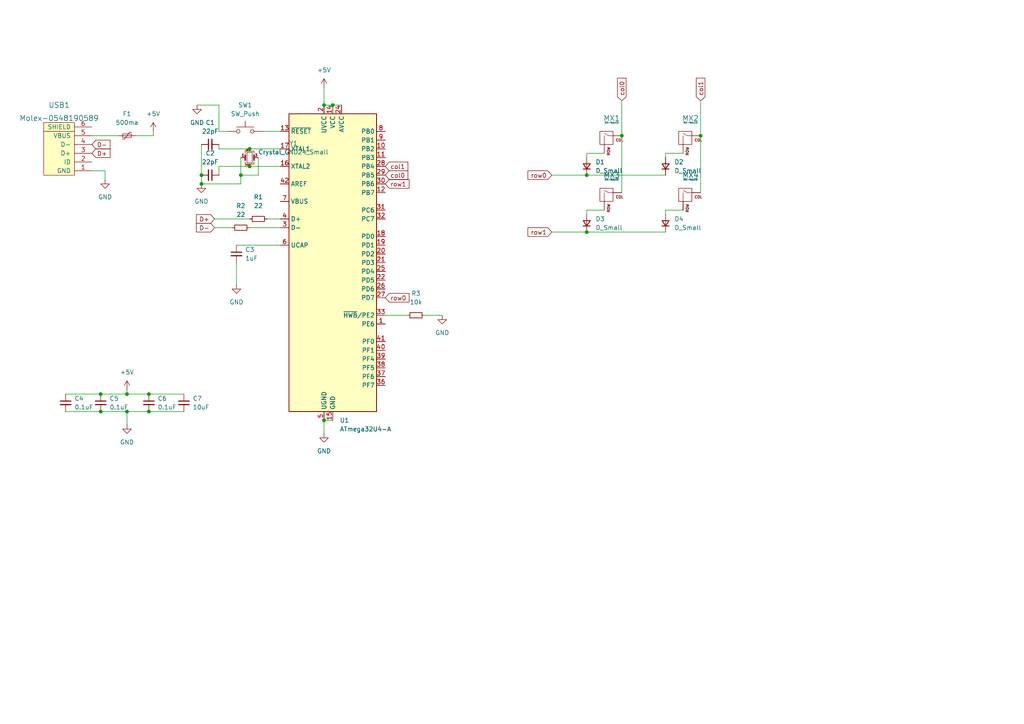
<source format=kicad_sch>
(kicad_sch (version 20211123) (generator eeschema)
  (paper "A4")
  (lib_symbols
    (symbol "Device:C_Small" (pin_numbers hide) (pin_names (offset 0.254) hide)
      (property "Reference" "C" (at 0.254 1.778 0))
      (property "Value" "C_Small" (at 0.254 -2.032 0))
      (symbol "C_Small_0_1"
        (polyline (pts (xy -1.524 -0.508) (xy 1.524 -0.508)) (stroke (width 0.3302)))
        (polyline (pts (xy -1.524 0.508) (xy 1.524 0.508)) (stroke (width 0.3048)))
      )
      (symbol "C_Small_1_1"
        (pin passive line (at 0 2.54 270) (length 2.032) (name "~") (number "1"))
        (pin passive line (at 0 -2.54 90) (length 2.032) (name "~") (number "2"))
      )
    )
    (symbol "Device:Crystal_GND24_Small" (pin_names (offset 1.016) hide)
      (property "Reference" "Y" (at 1.27 4.445 0))
      (property "Value" "Crystal_GND24_Small" (at 1.27 2.54 0))
      (symbol "Crystal_GND24_Small_0_1"
        (rectangle (start -0.762 -1.524) (end 0.762 1.524))
        (polyline (pts (xy -1.27 -0.762) (xy -1.27 0.762)) (stroke (width 0.381)))
        (polyline (pts (xy 1.27 -0.762) (xy 1.27 0.762)) (stroke (width 0.381)))
        (polyline (pts (xy -1.27 -1.27) (xy -1.27 -1.905) (xy 1.27 -1.905) (xy 1.27 -1.27)))
        (polyline (pts (xy -1.27 1.27) (xy -1.27 1.905) (xy 1.27 1.905) (xy 1.27 1.27)))
      )
      (symbol "Crystal_GND24_Small_1_1"
        (pin passive line (at -2.54 0 0) (length 1.27) (name "1") (number "1"))
        (pin passive line (at 0 -2.54 90) (length 0.635) (name "2") (number "2"))
        (pin passive line (at 2.54 0 180) (length 1.27) (name "3") (number "3"))
        (pin passive line (at 0 2.54 270) (length 0.635) (name "4") (number "4"))
      )
    )
    (symbol "Device:D_Small" (pin_numbers hide) (pin_names (offset 0.254) hide)
      (property "Reference" "D" (at -1.27 2.032 0))
      (property "Value" "D_Small" (at -3.81 -2.032 0))
      (symbol "D_Small_0_1"
        (polyline (pts (xy -0.762 -1.016) (xy -0.762 1.016)) (stroke (width 0.254)))
        (polyline (pts (xy -0.762 0) (xy 0.762 0)))
        (polyline (pts (xy 0.762 -1.016) (xy -0.762 0) (xy 0.762 1.016) (xy 0.762 -1.016)) (stroke (width 0.254)))
      )
      (symbol "D_Small_1_1"
        (pin passive line (at -2.54 0 0) (length 1.778) (name "K") (number "1"))
        (pin passive line (at 2.54 0 180) (length 1.778) (name "A") (number "2"))
      )
    )
    (symbol "Device:Polyfuse_Small" (pin_numbers hide) (pin_names (offset 0))
      (property "Reference" "F" (at -1.905 0 90))
      (property "Value" "Polyfuse_Small" (at 1.905 0 90))
      (symbol "Polyfuse_Small_0_1"
        (rectangle (start -0.508 1.27) (end 0.508 -1.27))
        (polyline (pts (xy 0 2.54) (xy 0 -2.54)))
        (polyline (pts (xy -1.016 1.27) (xy -1.016 0.762) (xy 1.016 -0.762) (xy 1.016 -1.27)))
      )
      (symbol "Polyfuse_Small_1_1"
        (pin passive line (at 0 2.54 270) (length 0.635) (name "~") (number "1"))
        (pin passive line (at 0 -2.54 90) (length 0.635) (name "~") (number "2"))
      )
    )
    (symbol "Device:R_Small" (pin_numbers hide) (pin_names (offset 0.254) hide)
      (property "Reference" "R" (at 0.762 0.508 0))
      (property "Value" "R_Small" (at 0.762 -1.016 0))
      (symbol "R_Small_0_1"
        (rectangle (start -0.762 1.778) (end 0.762 -1.778) (stroke (width 0.2032)))
      )
      (symbol "R_Small_1_1"
        (pin passive line (at 0 2.54 270) (length 0.762) (name "~") (number "1"))
        (pin passive line (at 0 -2.54 90) (length 0.762) (name "~") (number "2"))
      )
    )
    (symbol "MCU_Microchip_ATmega:ATmega32U4-A"
      (property "Reference" "U" (at -12.7 44.45 0))
      (property "Value" "ATmega32U4-A" (at 2.54 -44.45 0))
      (symbol "ATmega32U4-A_0_1"
        (rectangle (start -12.7 -43.18) (end 12.7 43.18) (stroke (width 0.254)) (fill (type background)))
      )
      (symbol "ATmega32U4-A_1_1"
        (pin bidirectional line (at 15.24 -17.78 180) (length 2.54) (name "PE6") (number "1"))
        (pin bidirectional line (at 15.24 33.02 180) (length 2.54) (name "PB2") (number "10"))
        (pin bidirectional line (at 15.24 30.48 180) (length 2.54) (name "PB3") (number "11"))
        (pin bidirectional line (at 15.24 20.32 180) (length 2.54) (name "PB7") (number "12"))
        (pin input line (at -15.24 38.1 0) (length 2.54) (name "~{RESET}") (number "13"))
        (pin power_in line (at 0 45.72 270) (length 2.54) (name "VCC") (number "14"))
        (pin power_in line (at 0 -45.72 90) (length 2.54) (name "GND") (number "15"))
        (pin output line (at -15.24 27.94 0) (length 2.54) (name "XTAL2") (number "16"))
        (pin input line (at -15.24 33.02 0) (length 2.54) (name "XTAL1") (number "17"))
        (pin bidirectional line (at 15.24 7.62 180) (length 2.54) (name "PD0") (number "18"))
        (pin bidirectional line (at 15.24 5.08 180) (length 2.54) (name "PD1") (number "19"))
        (pin power_in line (at -2.54 45.72 270) (length 2.54) (name "UVCC") (number "2"))
        (pin bidirectional line (at 15.24 2.54 180) (length 2.54) (name "PD2") (number "20"))
        (pin bidirectional line (at 15.24 0 180) (length 2.54) (name "PD3") (number "21"))
        (pin bidirectional line (at 15.24 -5.08 180) (length 2.54) (name "PD5") (number "22"))
        (pin passive line (at 0 -45.72 90) (length 2.54) hide (name "GND") (number "23"))
        (pin power_in line (at 2.54 45.72 270) (length 2.54) (name "AVCC") (number "24"))
        (pin bidirectional line (at 15.24 -2.54 180) (length 2.54) (name "PD4") (number "25"))
        (pin bidirectional line (at 15.24 -7.62 180) (length 2.54) (name "PD6") (number "26"))
        (pin bidirectional line (at 15.24 -10.16 180) (length 2.54) (name "PD7") (number "27"))
        (pin bidirectional line (at 15.24 27.94 180) (length 2.54) (name "PB4") (number "28"))
        (pin bidirectional line (at 15.24 25.4 180) (length 2.54) (name "PB5") (number "29"))
        (pin bidirectional line (at -15.24 10.16 0) (length 2.54) (name "D-") (number "3"))
        (pin bidirectional line (at 15.24 22.86 180) (length 2.54) (name "PB6") (number "30"))
        (pin bidirectional line (at 15.24 15.24 180) (length 2.54) (name "PC6") (number "31"))
        (pin bidirectional line (at 15.24 12.7 180) (length 2.54) (name "PC7") (number "32"))
        (pin bidirectional line (at 15.24 -15.24 180) (length 2.54) (name "~{HWB}/PE2") (number "33"))
        (pin passive line (at 0 45.72 270) (length 2.54) hide (name "VCC") (number "34"))
        (pin passive line (at 0 -45.72 90) (length 2.54) hide (name "GND") (number "35"))
        (pin bidirectional line (at 15.24 -35.56 180) (length 2.54) (name "PF7") (number "36"))
        (pin bidirectional line (at 15.24 -33.02 180) (length 2.54) (name "PF6") (number "37"))
        (pin bidirectional line (at 15.24 -30.48 180) (length 2.54) (name "PF5") (number "38"))
        (pin bidirectional line (at 15.24 -27.94 180) (length 2.54) (name "PF4") (number "39"))
        (pin bidirectional line (at -15.24 12.7 0) (length 2.54) (name "D+") (number "4"))
        (pin bidirectional line (at 15.24 -25.4 180) (length 2.54) (name "PF1") (number "40"))
        (pin bidirectional line (at 15.24 -22.86 180) (length 2.54) (name "PF0") (number "41"))
        (pin passive line (at -15.24 22.86 0) (length 2.54) (name "AREF") (number "42"))
        (pin passive line (at 0 -45.72 90) (length 2.54) hide (name "GND") (number "43"))
        (pin passive line (at 2.54 45.72 270) (length 2.54) hide (name "AVCC") (number "44"))
        (pin passive line (at -2.54 -45.72 90) (length 2.54) (name "UGND") (number "5"))
        (pin passive line (at -15.24 5.08 0) (length 2.54) (name "UCAP") (number "6"))
        (pin input line (at -15.24 17.78 0) (length 2.54) (name "VBUS") (number "7"))
        (pin bidirectional line (at 15.24 38.1 180) (length 2.54) (name "PB0") (number "8"))
        (pin bidirectional line (at 15.24 35.56 180) (length 2.54) (name "PB1") (number "9"))
      )
    )
    (symbol "MX_Alps_Hybrid:MX-NoLED" (pin_names (offset 1.016))
      (property "Reference" "MX" (at -0.635 3.81 0))
      (property "Value" "MX-NoLED" (at -0.635 1.27 0))
      (symbol "MX-NoLED_0_0"
        (rectangle (start -2.54 2.54) (end 1.27 -1.27))
        (polyline (pts (xy -1.27 -1.27) (xy -1.27 1.27)) (stroke (width 0.127)))
        (polyline (pts (xy 1.27 1.27) (xy 0 1.27) (xy -1.27 1.905)) (stroke (width 0.127)))
        (text "COL" (at 3.175 0 0) (effects (font (size 0.762 0.762))))
        (text "ROW" (at 0 -1.905 900) (effects (font (size 0.762 0.762)) (justify right)))
      )
      (symbol "MX-NoLED_1_1"
        (pin passive line (at 3.81 1.27 180) (length 2.54) (name "COL") (number "1"))
        (pin passive line (at -1.27 -3.81 90) (length 2.54) (name "ROW") (number "2"))
      )
    )
    (symbol "Switch:SW_Push" (pin_numbers hide) (pin_names (offset 1.016) hide)
      (property "Reference" "SW" (at 1.27 2.54 0))
      (property "Value" "SW_Push" (at 0 -1.524 0))
      (symbol "SW_Push_0_1"
        (circle (center -2.032 0) (radius 0.508))
        (polyline (pts (xy 0 1.27) (xy 0 3.048)))
        (polyline (pts (xy 2.54 1.27) (xy -2.54 1.27)))
        (circle (center 2.032 0) (radius 0.508))
        (pin passive line (at -5.08 0 0) (length 2.54) (name "1") (number "1"))
        (pin passive line (at 5.08 0 180) (length 2.54) (name "2") (number "2"))
      )
    )
    (symbol "power:+5V" (power) (pin_names (offset 0))
      (property "Value" "+5V" (at 0 3.556 0))
      (symbol "+5V_0_1"
        (polyline (pts (xy -0.762 1.27) (xy 0 2.54)))
        (polyline (pts (xy 0 0) (xy 0 2.54)))
        (polyline (pts (xy 0 2.54) (xy 0.762 1.27)))
      )
      (symbol "+5V_1_1"
        (pin power_in line (at 0 0 90) (length 0) hide (name "+5V") (number "1"))
      )
    )
    (symbol "power:GND" (power) (pin_names (offset 0))
      (property "Value" "GND" (at 0 -3.81 0))
      (symbol "GND_0_1"
        (polyline (pts (xy 0 0) (xy 0 -1.27) (xy 1.27 -1.27) (xy 0 -2.54) (xy -1.27 -1.27) (xy 0 -1.27)))
      )
      (symbol "GND_1_1"
        (pin power_in line (at 0 0 270) (length 0) hide (name "GND") (number "1"))
      )
    )
    (symbol "random-keyboard-parts:Molex-0548190589" (pin_names (offset 1.016))
      (property "Reference" "USB" (at 0 7.62 0))
      (property "Value" "Molex-0548190589" (at 0 10.16 0))
      (symbol "Molex-0548190589_0_0"
        (polyline (pts (xy 6.35 -2.54) (xy 6.35 6.35)))
        (rectangle (start 8.89 -2.54) (end -6.35 6.35) (fill (type background)))
      )
      (symbol "Molex-0548190589_1_1"
        (pin input line (at -5.08 -7.62 90) (length 5.08) (name "GND") (number "1"))
        (pin input line (at -2.54 -7.62 90) (length 5.08) (name "ID") (number "2"))
        (pin input line (at 0 -7.62 90) (length 5.08) (name "D+") (number "3"))
        (pin input line (at 2.54 -7.62 90) (length 5.08) (name "D-") (number "4"))
        (pin input line (at 5.08 -7.62 90) (length 5.08) (name "VBUS") (number "5"))
        (pin input line (at 7.62 -7.62 90) (length 5.08) (name "SHIELD") (number "6"))
      )
    )
  )
  (junction (at 72.39 48.26))
  (junction (at 180.34 39.37))
  (junction (at 170.18 50.8))
  (junction (at 58.42 53.34))
  (junction (at 29.21 119.38))
  (junction (at 72.39 43.18))
  (junction (at 170.18 67.31))
  (junction (at 29.21 114.3))
  (junction (at 93.98 121.92))
  (junction (at 43.18 119.38))
  (junction (at 58.42 50.8))
  (junction (at 36.83 119.38))
  (junction (at 203.2 39.37))
  (junction (at 43.18 114.3))
  (junction (at 36.83 114.3))
  (junction (at 93.98 30.48))
  (junction (at 96.52 30.48))
  (junction (at 69.85 50.8))
  (wire (pts (xy 193.04 60.96) (xy 193.04 62.23)))
  (wire (pts (xy 93.98 30.48) (xy 96.52 30.48)))
  (wire (pts (xy 63.5 50.8) (xy 63.5 48.26)))
  (wire (pts (xy 36.83 114.3) (xy 43.18 114.3)))
  (wire (pts (xy 198.12 44.45) (xy 193.04 44.45)))
  (wire (pts (xy 76.2 38.1) (xy 81.28 38.1)))
  (wire (pts (xy 170.18 50.8) (xy 193.04 50.8)))
  (wire (pts (xy 96.52 30.48) (xy 99.06 30.48)))
  (wire (pts (xy 43.18 114.3) (xy 53.34 114.3)))
  (wire (pts (xy 68.58 76.2) (xy 68.58 82.55)))
  (wire (pts (xy 72.39 66.04) (xy 81.28 66.04)))
  (wire (pts (xy 160.02 67.31) (xy 170.18 67.31)))
  (wire (pts (xy 36.83 119.38) (xy 36.83 123.19)))
  (wire (pts (xy 63.5 38.1) (xy 66.04 38.1)))
  (wire (pts (xy 72.39 48.26) (xy 81.28 48.26)))
  (wire (pts (xy 69.85 50.8) (xy 69.85 45.72)))
  (wire (pts (xy 63.5 48.26) (xy 72.39 48.26)))
  (wire (pts (xy 170.18 67.31) (xy 193.04 67.31)))
  (wire (pts (xy 203.2 39.37) (xy 203.2 55.88)))
  (wire (pts (xy 62.23 66.04) (xy 67.31 66.04)))
  (wire (pts (xy 58.42 53.34) (xy 69.85 53.34)))
  (wire (pts (xy 180.34 39.37) (xy 180.34 55.88)))
  (wire (pts (xy 63.5 41.91) (xy 63.5 43.18)))
  (wire (pts (xy 39.37 39.37) (xy 44.45 39.37)))
  (wire (pts (xy 29.21 114.3) (xy 36.83 114.3)))
  (wire (pts (xy 180.34 29.21) (xy 180.34 39.37)))
  (wire (pts (xy 36.83 119.38) (xy 43.18 119.38)))
  (wire (pts (xy 63.5 43.18) (xy 72.39 43.18)))
  (wire (pts (xy 175.26 44.45) (xy 170.18 44.45)))
  (wire (pts (xy 43.18 119.38) (xy 53.34 119.38)))
  (wire (pts (xy 62.23 63.5) (xy 72.39 63.5)))
  (wire (pts (xy 57.15 30.48) (xy 63.5 30.48)))
  (wire (pts (xy 193.04 44.45) (xy 193.04 45.72)))
  (wire (pts (xy 29.21 119.38) (xy 36.83 119.38)))
  (wire (pts (xy 203.2 39.37) (xy 203.2 29.21)))
  (wire (pts (xy 30.48 49.53) (xy 30.48 52.07)))
  (wire (pts (xy 26.67 39.37) (xy 34.29 39.37)))
  (wire (pts (xy 74.93 50.8) (xy 74.93 45.72)))
  (wire (pts (xy 19.05 119.38) (xy 29.21 119.38)))
  (wire (pts (xy 58.42 41.91) (xy 58.42 50.8)))
  (wire (pts (xy 44.45 39.37) (xy 44.45 38.1)))
  (wire (pts (xy 77.47 63.5) (xy 81.28 63.5)))
  (wire (pts (xy 175.26 60.96) (xy 170.18 60.96)))
  (wire (pts (xy 36.83 113.03) (xy 36.83 114.3)))
  (wire (pts (xy 111.76 91.44) (xy 118.11 91.44)))
  (wire (pts (xy 160.02 50.8) (xy 170.18 50.8)))
  (wire (pts (xy 93.98 25.4) (xy 93.98 30.48)))
  (wire (pts (xy 68.58 71.12) (xy 81.28 71.12)))
  (wire (pts (xy 69.85 50.8) (xy 74.93 50.8)))
  (wire (pts (xy 58.42 50.8) (xy 58.42 53.34)))
  (wire (pts (xy 72.39 43.18) (xy 81.28 43.18)))
  (wire (pts (xy 170.18 60.96) (xy 170.18 62.23)))
  (wire (pts (xy 26.67 49.53) (xy 30.48 49.53)))
  (wire (pts (xy 170.18 44.45) (xy 170.18 45.72)))
  (wire (pts (xy 123.19 91.44) (xy 128.27 91.44)))
  (wire (pts (xy 93.98 121.92) (xy 93.98 125.73)))
  (wire (pts (xy 19.05 114.3) (xy 29.21 114.3)))
  (wire (pts (xy 93.98 121.92) (xy 96.52 121.92)))
  (wire (pts (xy 69.85 53.34) (xy 69.85 50.8)))
  (wire (pts (xy 63.5 30.48) (xy 63.5 38.1)))
  (wire (pts (xy 198.12 60.96) (xy 193.04 60.96)))
  (global_label "row0" (shape input) (at 160.02 50.8 180) (property "Referências entre as folhas" "${INTERSHEET_REFS}" (effects hide)))
  (global_label "col1" (shape input) (at 111.76 48.26 0) (property "Referências entre as folhas" "${INTERSHEET_REFS}" (effects hide)))
  (global_label "row0" (shape input) (at 111.76 86.36 0) (property "Referências entre as folhas" "${INTERSHEET_REFS}" (effects hide)))
  (global_label "row1" (shape input) (at 111.76 53.34 0) (property "Referências entre as folhas" "${INTERSHEET_REFS}" (effects hide)))
  (global_label "D-" (shape input) (at 26.67 41.91 0) (property "Referências entre as folhas" "${INTERSHEET_REFS}" (effects hide)))
  (global_label "row1" (shape input) (at 160.02 67.31 180) (property "Referências entre as folhas" "${INTERSHEET_REFS}" (effects hide)))
  (global_label "D-" (shape input) (at 62.23 66.04 180) (property "Referências entre as folhas" "${INTERSHEET_REFS}" (effects hide)))
  (global_label "col1" (shape input) (at 203.2 29.21 90) (property "Referências entre as folhas" "${INTERSHEET_REFS}" (effects hide)))
  (global_label "D+" (shape input) (at 62.23 63.5 180) (property "Referências entre as folhas" "${INTERSHEET_REFS}" (effects hide)))
  (global_label "D+" (shape input) (at 26.67 44.45 0) (property "Referências entre as folhas" "${INTERSHEET_REFS}" (effects hide)))
  (global_label "col0" (shape input) (at 111.76 50.8 0) (property "Referências entre as folhas" "${INTERSHEET_REFS}" (effects hide)))
  (global_label "col0" (shape input) (at 180.34 29.21 90) (property "Referências entre as folhas" "${INTERSHEET_REFS}" (effects hide)))
  (symbol (lib_id "MCU_Microchip_ATmega:ATmega32U4-A") (at 96.52 76.2 0) (unit 1)
    (property "Reference" "U1" (at 98.5394 121.92 0) (effects (justify left)))
    (property "Value" "ATmega32U4-A" (at 98.5394 124.46 0) (effects (justify left)))
    (property "Footprint" "Package_QFP:TQFP-44_10x10mm_P0.8mm" (effects hide))
    (property "Datasheet" "http://ww1.microchip.com/downloads/en/DeviceDoc/Atmel-7766-8-bit-AVR-ATmega16U4-32U4_Datasheet.pdf" (effects hide))
  )
  (symbol (lib_id "power:+5V") (at 36.83 113.03 0) (unit 1)
    (property "Reference" "#PWR0101" (effects hide))
    (property "Value" "+5V" (at 36.83 107.95 0))
  )
  (symbol (lib_id "Device:Polyfuse_Small") (at 36.83 39.37 90) (unit 1)
    (property "Reference" "F1" (at 36.83 33.02 90))
    (property "Value" "500ma" (at 36.83 35.56 90))
    (property "Footprint" "Fuse:Fuse_1206_3216Metric" (effects hide))
  )
  (symbol (lib_id "Device:C_Small") (at 60.96 50.8 270) (unit 1)
    (property "Reference" "C2" (at 60.9536 44.45 90))
    (property "Value" "22pF" (at 60.9536 46.99 90))
    (property "Footprint" "Capacitor_SMD:C_0805_2012Metric" (effects hide))
  )
  (symbol (lib_id "power:GND") (at 68.58 82.55 0) (unit 1)
    (property "Reference" "#PWR0106" (effects hide))
    (property "Value" "GND" (at 68.58 87.63 0))
  )
  (symbol (lib_id "Device:Crystal_GND24_Small") (at 72.39 45.72 0) (unit 1)
    (property "Reference" "Y1" (at 85.09 41.5798 0))
    (property "Value" "Crystal_GND24_Small" (at 85.09 44.1198 0))
    (property "Footprint" "Crystal:Crystal_SMD_3225-4Pin_3.2x2.5mm" (effects hide))
  )
  (symbol (lib_id "Device:C_Small") (at 68.58 73.66 0) (unit 1)
    (property "Reference" "C3" (at 71.12 72.3962 0) (effects (justify left)))
    (property "Value" "1uF" (at 71.12 74.9362 0) (effects (justify left)))
    (property "Footprint" "Capacitor_SMD:C_0805_2012Metric" (effects hide))
  )
  (symbol (lib_id "Device:C_Small") (at 43.18 116.84 0) (unit 1)
    (property "Reference" "C6" (at 45.72 115.5762 0) (effects (justify left)))
    (property "Value" "0.1uF" (at 45.72 118.1162 0) (effects (justify left)))
    (property "Footprint" "Capacitor_SMD:C_0805_2012Metric" (effects hide))
  )
  (symbol (lib_id "Device:D_Small") (at 193.04 64.77 90) (unit 1)
    (property "Reference" "D4" (at 195.58 63.4999 90) (effects (justify right)))
    (property "Value" "D_Small" (at 195.58 66.0399 90) (effects (justify right)))
    (property "Footprint" "Diode_SMD:D_SOD-123" (effects hide))
  )
  (symbol (lib_id "power:+5V") (at 44.45 38.1 0) (unit 1)
    (property "Reference" "#PWR0109" (effects hide))
    (property "Value" "+5V" (at 44.45 33.02 0))
  )
  (symbol (lib_id "power:GND") (at 128.27 91.44 0) (unit 1)
    (property "Reference" "#PWR0105" (effects hide))
    (property "Value" "GND" (at 128.27 96.52 0))
  )
  (symbol (lib_id "Switch:SW_Push") (at 71.12 38.1 0) (unit 1)
    (property "Reference" "SW1" (at 71.12 30.48 0))
    (property "Value" "SW_Push" (at 71.12 33.02 0))
    (property "Footprint" "random-keyboard-parts:SKQG-1155865" (effects hide))
  )
  (symbol (lib_id "Device:D_Small") (at 170.18 64.77 90) (unit 1)
    (property "Reference" "D3" (at 172.72 63.4999 90) (effects (justify right)))
    (property "Value" "D_Small" (at 172.72 66.0399 90) (effects (justify right)))
    (property "Footprint" "Diode_SMD:D_SOD-123" (effects hide))
  )
  (symbol (lib_id "Device:R_Small") (at 69.85 66.04 90) (unit 1)
    (property "Reference" "R2" (at 69.85 59.69 90))
    (property "Value" "22" (at 69.85 62.23 90))
    (property "Footprint" "Resistor_SMD:R_0805_2012Metric" (effects hide))
  )
  (symbol (lib_id "Device:R_Small") (at 120.65 91.44 270) (mirror x) (unit 1)
    (property "Reference" "R3" (at 120.65 85.09 90))
    (property "Value" "10k" (at 120.65 87.63 90))
    (property "Footprint" "Resistor_SMD:R_0805_2012Metric" (effects hide))
  )
  (symbol (lib_id "power:GND") (at 93.98 125.73 0) (unit 1)
    (property "Reference" "#PWR0104" (effects hide))
    (property "Value" "GND" (at 93.98 130.81 0))
  )
  (symbol (lib_id "MX_Alps_Hybrid:MX-NoLED") (at 199.39 57.15 0) (unit 1)
    (property "Reference" "MX4" (at 200.2756 50.8 0) (effects (font (size 1.524 1.524))))
    (property "Value" "MX-NoLED" (at 200.2756 52.07 0) (effects (font (size 0.508 0.508))))
    (property "Footprint" "MX_Alps_Hybrid:MX-1.5U-NoLED" (effects hide))
  )
  (symbol (lib_id "power:GND") (at 36.83 123.19 0) (unit 1)
    (property "Reference" "#PWR0102" (effects hide))
    (property "Value" "GND" (at 36.83 128.27 0))
  )
  (symbol (lib_id "Device:D_Small") (at 170.18 48.26 90) (unit 1)
    (property "Reference" "D1" (at 172.72 46.9899 90) (effects (justify right)))
    (property "Value" "D_Small" (at 172.72 49.5299 90) (effects (justify right)))
    (property "Footprint" "Diode_SMD:D_SOD-123" (effects hide))
  )
  (symbol (lib_id "MX_Alps_Hybrid:MX-NoLED") (at 176.53 40.64 0) (unit 1)
    (property "Reference" "MX1" (at 177.4156 34.29 0) (effects (font (size 1.524 1.524))))
    (property "Value" "MX-NoLED" (at 177.4156 35.56 0) (effects (font (size 0.508 0.508))))
    (property "Footprint" "MX_Alps_Hybrid:MX-1.5U-NoLED" (effects hide))
  )
  (symbol (lib_id "power:GND") (at 58.42 53.34 0) (unit 1)
    (property "Reference" "#PWR0107" (effects hide))
    (property "Value" "GND" (at 58.42 58.42 0))
  )
  (symbol (lib_id "Device:C_Small") (at 19.05 116.84 0) (unit 1)
    (property "Reference" "C4" (at 21.59 115.5762 0) (effects (justify left)))
    (property "Value" "0.1uF" (at 21.59 118.1162 0) (effects (justify left)))
    (property "Footprint" "Capacitor_SMD:C_0805_2012Metric" (effects hide))
  )
  (symbol (lib_id "MX_Alps_Hybrid:MX-NoLED") (at 176.53 57.15 0) (unit 1)
    (property "Reference" "MX3" (at 177.4156 50.8 0) (effects (font (size 1.524 1.524))))
    (property "Value" "MX-NoLED" (at 177.4156 52.07 0) (effects (font (size 0.508 0.508))))
    (property "Footprint" "MX_Alps_Hybrid:MX-1.5U-NoLED" (effects hide))
  )
  (symbol (lib_id "Device:C_Small") (at 29.21 116.84 0) (unit 1)
    (property "Reference" "C5" (at 31.75 115.5762 0) (effects (justify left)))
    (property "Value" "0.1uF" (at 31.75 118.1162 0) (effects (justify left)))
    (property "Footprint" "Capacitor_SMD:C_0805_2012Metric" (effects hide))
  )
  (symbol (lib_id "power:GND") (at 30.48 52.07 0) (unit 1)
    (property "Reference" "#PWR0103" (effects hide))
    (property "Value" "GND" (at 30.48 57.15 0))
  )
  (symbol (lib_id "Device:C_Small") (at 60.96 41.91 90) (unit 1)
    (property "Reference" "C1" (at 60.9663 35.56 90))
    (property "Value" "22pF" (at 60.9663 38.1 90))
    (property "Footprint" "Capacitor_SMD:C_0805_2012Metric" (effects hide))
  )
  (symbol (lib_id "power:GND") (at 57.15 30.48 0) (unit 1)
    (property "Reference" "#PWR0110" (effects hide))
    (property "Value" "GND" (at 57.15 35.56 0))
  )
  (symbol (lib_id "Device:R_Small") (at 74.93 63.5 90) (unit 1)
    (property "Reference" "R1" (at 74.93 57.15 90))
    (property "Value" "22" (at 74.93 59.69 90))
    (property "Footprint" "Resistor_SMD:R_0805_2012Metric" (effects hide))
  )
  (symbol (lib_id "power:+5V") (at 93.98 25.4 0) (unit 1)
    (property "Reference" "#PWR0108" (effects hide))
    (property "Value" "+5V" (at 93.98 20.32 0))
  )
  (symbol (lib_id "random-keyboard-parts:Molex-0548190589") (at 19.05 44.45 90) (unit 1)
    (property "Reference" "USB1" (at 17.145 30.48 90) (effects (font (size 1.524 1.524))))
    (property "Value" "Molex-0548190589" (at 17.145 34.29 90) (effects (font (size 1.524 1.524))))
    (property "Footprint" "random-keyboard-parts:Molex-0548190589" (effects hide))
  )
  (symbol (lib_id "MX_Alps_Hybrid:MX-NoLED") (at 199.39 40.64 0) (unit 1)
    (property "Reference" "MX2" (at 200.2756 34.29 0) (effects (font (size 1.524 1.524))))
    (property "Value" "MX-NoLED" (at 200.2756 35.56 0) (effects (font (size 0.508 0.508))))
    (property "Footprint" "MX_Alps_Hybrid:MX-1.5U-NoLED" (effects hide))
  )
  (symbol (lib_id "Device:C_Small") (at 53.34 116.84 0) (unit 1)
    (property "Reference" "C7" (at 55.88 115.5762 0) (effects (justify left)))
    (property "Value" "10uF" (at 55.88 118.1162 0) (effects (justify left)))
    (property "Footprint" "Capacitor_SMD:C_0805_2012Metric" (effects hide))
  )
  (symbol (lib_id "Device:D_Small") (at 193.04 48.26 90) (unit 1)
    (property "Reference" "D2" (at 195.58 46.9899 90) (effects (justify right)))
    (property "Value" "D_Small" (at 195.58 49.5299 90) (effects (justify right)))
    (property "Footprint" "Diode_SMD:D_SOD-123" (effects hide))
  )
)
</source>
